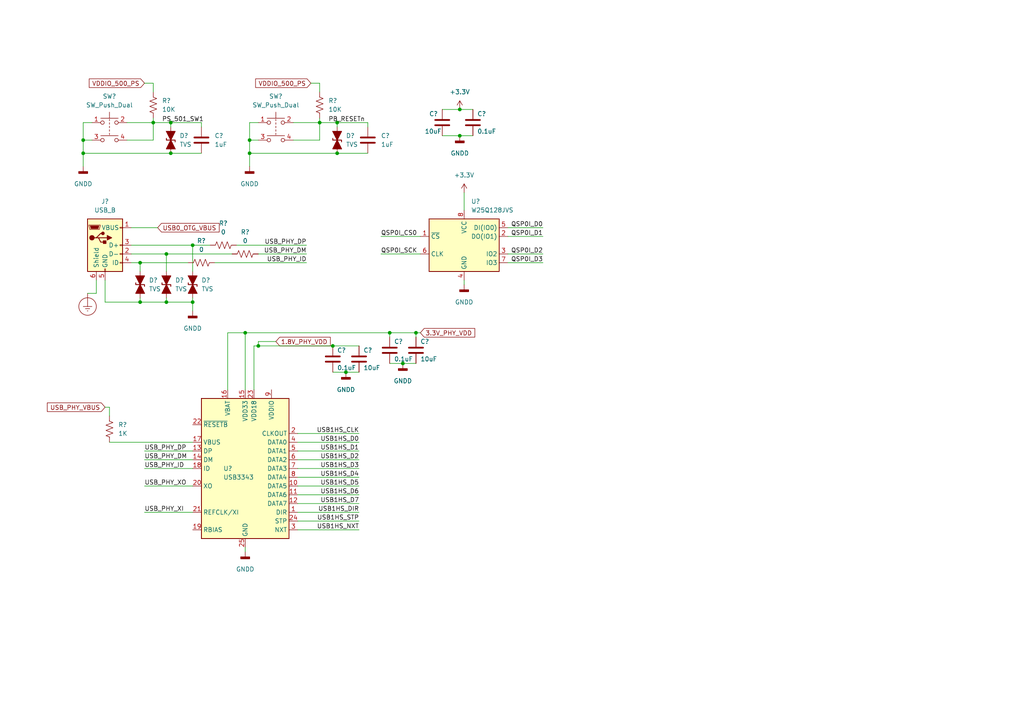
<source format=kicad_sch>
(kicad_sch (version 20211123) (generator eeschema)
  (paper "A4")
  (lib_symbols
    (symbol "Connector:USB_B_Micro" (pin_names (offset 1.016))
      (property "Reference" "J" (at -5.08 11.43 0))
      (property "Value" "USB_B_Micro" (at -5.08 8.89 0))
      (symbol "USB_B_Micro_0_1"
        (rectangle (start -5.08 -7.62) (end 5.08 7.62) (stroke (width 0.254)) (fill (type background)))
        (circle (center -3.81 2.159) (radius 0.635) (stroke (width 0.254)) (fill (type outline)))
        (circle (center -0.635 3.429) (radius 0.381) (stroke (width 0.254)) (fill (type outline)))
        (rectangle (start -0.127 -7.62) (end 0.127 -6.858))
        (polyline (pts (xy -1.905 2.159) (xy 0.635 2.159)) (stroke (width 0.254)))
        (polyline (pts (xy -3.175 2.159) (xy -2.54 2.159) (xy -1.27 3.429) (xy -0.635 3.429)) (stroke (width 0.254)))
        (polyline (pts (xy -2.54 2.159) (xy -1.905 2.159) (xy -1.27 0.889) (xy 0 0.889)) (stroke (width 0.254)))
        (polyline (pts (xy 0.635 2.794) (xy 0.635 1.524) (xy 1.905 2.159) (xy 0.635 2.794)) (stroke (width 0.254)) (fill (type outline)))
        (polyline (pts (xy -4.318 5.588) (xy -1.778 5.588) (xy -2.032 4.826) (xy -4.064 4.826) (xy -4.318 5.588)) (fill (type outline)))
        (polyline (pts (xy -4.699 5.842) (xy -4.699 5.588) (xy -4.445 4.826) (xy -4.445 4.572) (xy -1.651 4.572) (xy -1.651 4.826) (xy -1.397 5.588) (xy -1.397 5.842) (xy -4.699 5.842)))
        (rectangle (start 0.254 1.27) (end -0.508 0.508) (stroke (width 0.254)) (fill (type outline)))
        (rectangle (start 5.08 -5.207) (end 4.318 -4.953))
        (rectangle (start 5.08 -2.667) (end 4.318 -2.413))
        (rectangle (start 5.08 -0.127) (end 4.318 0.127))
        (rectangle (start 5.08 4.953) (end 4.318 5.207))
      )
      (symbol "USB_B_Micro_1_1"
        (pin power_out line (at 7.62 5.08 180) (length 2.54) (name "VBUS") (number "1"))
        (pin bidirectional line (at 7.62 -2.54 180) (length 2.54) (name "D-") (number "2"))
        (pin bidirectional line (at 7.62 0 180) (length 2.54) (name "D+") (number "3"))
        (pin passive line (at 7.62 -5.08 180) (length 2.54) (name "ID") (number "4"))
        (pin power_out line (at 0 -10.16 90) (length 2.54) (name "GND") (number "5"))
        (pin passive line (at -2.54 -10.16 90) (length 2.54) (name "Shield") (number "6"))
      )
    )
    (symbol "Device:C" (pin_numbers hide) (pin_names (offset 0.254))
      (property "Reference" "C" (at 0.635 2.54 0))
      (property "Value" "C" (at 0.635 -2.54 0))
      (symbol "C_0_1"
        (polyline (pts (xy -2.032 -0.762) (xy 2.032 -0.762)) (stroke (width 0.508)))
        (polyline (pts (xy -2.032 0.762) (xy 2.032 0.762)) (stroke (width 0.508)))
      )
      (symbol "C_1_1"
        (pin passive line (at 0 3.81 270) (length 2.794) (name "~") (number "1"))
        (pin passive line (at 0 -3.81 90) (length 2.794) (name "~") (number "2"))
      )
    )
    (symbol "Device:D_TVS_Filled" (pin_numbers hide) (pin_names (offset 1.016) hide)
      (property "Reference" "D" (at 0 2.54 0))
      (property "Value" "D_TVS_Filled" (at 0 -2.54 0))
      (symbol "D_TVS_Filled_0_1"
        (polyline (pts (xy 1.27 0) (xy -1.27 0)))
        (polyline (pts (xy -2.54 -1.27) (xy 0 0) (xy -2.54 1.27) (xy -2.54 -1.27)) (stroke (width 0.254)) (fill (type outline)))
        (polyline (pts (xy 0.508 1.27) (xy 0 1.27) (xy 0 -1.27) (xy -0.508 -1.27)) (stroke (width 0.254)))
        (polyline (pts (xy 2.54 1.27) (xy 2.54 -1.27) (xy 0 0) (xy 2.54 1.27)) (stroke (width 0.254)) (fill (type outline)))
      )
      (symbol "D_TVS_Filled_1_1"
        (pin passive line (at -3.81 0 0) (length 2.54) (name "A1") (number "1"))
        (pin passive line (at 3.81 0 180) (length 2.54) (name "A2") (number "2"))
      )
    )
    (symbol "Device:R_US" (pin_numbers hide) (pin_names (offset 0))
      (property "Reference" "R" (at 2.54 0 90))
      (property "Value" "R_US" (at -2.54 0 90))
      (symbol "R_US_0_1"
        (polyline (pts (xy 0 -2.286) (xy 0 -2.54)))
        (polyline (pts (xy 0 2.286) (xy 0 2.54)))
        (polyline (pts (xy 0 -0.762) (xy 1.016 -1.143) (xy 0 -1.524) (xy -1.016 -1.905) (xy 0 -2.286)))
        (polyline (pts (xy 0 0.762) (xy 1.016 0.381) (xy 0 0) (xy -1.016 -0.381) (xy 0 -0.762)))
        (polyline (pts (xy 0 2.286) (xy 1.016 1.905) (xy 0 1.524) (xy -1.016 1.143) (xy 0 0.762)))
      )
      (symbol "R_US_1_1"
        (pin passive line (at 0 3.81 270) (length 1.27) (name "~") (number "1"))
        (pin passive line (at 0 -3.81 90) (length 1.27) (name "~") (number "2"))
      )
    )
    (symbol "Interface_USB:USB3343"
      (property "Reference" "U" (at 0 2.54 0))
      (property "Value" "USB3343" (at 0 0 0))
      (symbol "USB3343_0_1"
        (rectangle (start -12.7 20.32) (end 12.7 -20.32) (stroke (width 0.254)) (fill (type background)))
      )
      (symbol "USB3343_1_1"
        (pin output line (at 15.24 -12.7 180) (length 2.54) (name "DIR") (number "1"))
        (pin bidirectional line (at 15.24 -5.08 180) (length 2.54) (name "DATA5") (number "10"))
        (pin bidirectional line (at 15.24 -7.62 180) (length 2.54) (name "DATA6") (number "11"))
        (pin bidirectional line (at 15.24 -10.16 180) (length 2.54) (name "DATA7") (number "12"))
        (pin bidirectional line (at -15.24 5.08 0) (length 2.54) (name "DP") (number "13"))
        (pin bidirectional line (at -15.24 2.54 0) (length 2.54) (name "DM") (number "14"))
        (pin power_out line (at 0 22.86 270) (length 2.54) (name "VDD33") (number "15"))
        (pin power_in line (at -5.08 22.86 270) (length 2.54) (name "VBAT") (number "16"))
        (pin input line (at -15.24 7.62 0) (length 2.54) (name "VBUS") (number "17"))
        (pin input line (at -15.24 0 0) (length 2.54) (name "ID") (number "18"))
        (pin passive line (at -15.24 -17.78 0) (length 2.54) (name "RBIAS") (number "19"))
        (pin output line (at 15.24 10.16 180) (length 2.54) (name "CLKOUT") (number "2"))
        (pin output line (at -15.24 -5.08 0) (length 2.54) (name "XO") (number "20"))
        (pin input line (at -15.24 -12.7 0) (length 2.54) (name "REFCLK/XI") (number "21"))
        (pin input line (at -15.24 12.7 0) (length 2.54) (name "~{RESETB}") (number "22"))
        (pin power_out line (at 2.54 22.86 270) (length 2.54) (name "VDD18") (number "23"))
        (pin input line (at 15.24 -15.24 180) (length 2.54) (name "STP") (number "24"))
        (pin power_in line (at 0 -22.86 90) (length 2.54) (name "GND") (number "25"))
        (pin output line (at 15.24 -17.78 180) (length 2.54) (name "NXT") (number "3"))
        (pin bidirectional line (at 15.24 7.62 180) (length 2.54) (name "DATA0") (number "4"))
        (pin bidirectional line (at 15.24 5.08 180) (length 2.54) (name "DATA1") (number "5"))
        (pin bidirectional line (at 15.24 2.54 180) (length 2.54) (name "DATA2") (number "6"))
        (pin bidirectional line (at 15.24 0 180) (length 2.54) (name "DATA3") (number "7"))
        (pin bidirectional line (at 15.24 -2.54 180) (length 2.54) (name "DATA4") (number "8"))
        (pin power_in line (at 7.62 22.86 270) (length 2.54) (name "VDDIO") (number "9"))
      )
    )
    (symbol "Memory_Flash:W25Q128JVS"
      (property "Reference" "U" (at -8.89 8.89 0))
      (property "Value" "W25Q128JVS" (at 7.62 8.89 0))
      (symbol "W25Q128JVS_0_1"
        (rectangle (start -10.16 7.62) (end 10.16 -7.62) (stroke (width 0.254)) (fill (type background)))
      )
      (symbol "W25Q128JVS_1_1"
        (pin input line (at -12.7 2.54 0) (length 2.54) (name "~{CS}") (number "1"))
        (pin bidirectional line (at 12.7 2.54 180) (length 2.54) (name "DO(IO1)") (number "2"))
        (pin bidirectional line (at 12.7 -2.54 180) (length 2.54) (name "IO2") (number "3"))
        (pin power_in line (at 0 -10.16 90) (length 2.54) (name "GND") (number "4"))
        (pin bidirectional line (at 12.7 5.08 180) (length 2.54) (name "DI(IO0)") (number "5"))
        (pin input line (at -12.7 -2.54 0) (length 2.54) (name "CLK") (number "6"))
        (pin bidirectional line (at 12.7 -5.08 180) (length 2.54) (name "IO3") (number "7"))
        (pin power_in line (at 0 10.16 270) (length 2.54) (name "VCC") (number "8"))
      )
    )
    (symbol "Switch:SW_Push_Dual" (pin_names (offset 1.016) hide)
      (property "Reference" "SW" (at 1.27 2.54 0))
      (property "Value" "SW_Push_Dual" (at 0 -6.858 0))
      (symbol "SW_Push_Dual_0_1"
        (circle (center -2.032 -5.08) (radius 0.508))
        (circle (center -2.032 0) (radius 0.508))
        (polyline (pts (xy 0 -3.048) (xy 0 -3.556)))
        (polyline (pts (xy 0 -2.032) (xy 0 -2.54)))
        (polyline (pts (xy 0 -1.524) (xy 0 -1.016)))
        (polyline (pts (xy 0 -0.508) (xy 0 0)))
        (polyline (pts (xy 0 0.508) (xy 0 1.016)))
        (polyline (pts (xy 0 1.27) (xy 0 3.048)))
        (polyline (pts (xy 2.54 -3.81) (xy -2.54 -3.81)))
        (polyline (pts (xy 2.54 1.27) (xy -2.54 1.27)))
        (circle (center 2.032 -5.08) (radius 0.508))
        (circle (center 2.032 0) (radius 0.508))
        (pin passive line (at -5.08 0 0) (length 2.54) (name "1") (number "1"))
        (pin passive line (at 5.08 0 180) (length 2.54) (name "2") (number "2"))
        (pin passive line (at -5.08 -5.08 0) (length 2.54) (name "3") (number "3"))
        (pin passive line (at 5.08 -5.08 180) (length 2.54) (name "4") (number "4"))
      )
    )
    (symbol "power:+3.3V" (power) (pin_names (offset 0))
      (property "Value" "+3.3V" (at 0 3.556 0))
      (symbol "+3.3V_0_1"
        (polyline (pts (xy -0.762 1.27) (xy 0 2.54)))
        (polyline (pts (xy 0 0) (xy 0 2.54)))
        (polyline (pts (xy 0 2.54) (xy 0.762 1.27)))
      )
      (symbol "+3.3V_1_1"
        (pin power_in line (at 0 0 90) (length 0) hide (name "+3.3V") (number "1"))
      )
    )
    (symbol "power:Earth_Protective" (power) (pin_names (offset 0))
      (symbol "Earth_Protective_0_1"
        (circle (center 0 -3.81) (radius 2.54))
        (polyline (pts (xy -0.635 -4.445) (xy 0.635 -4.445)))
        (polyline (pts (xy -0.127 -5.08) (xy 0.127 -5.08)))
        (polyline (pts (xy 0 -3.81) (xy 0 0)))
        (polyline (pts (xy 1.27 -3.81) (xy -1.27 -3.81)))
      )
      (symbol "Earth_Protective_1_1"
        (pin power_in line (at 0 0 270) (length 0) hide (name "Earth_Protective") (number "1"))
      )
    )
    (symbol "power:GNDD" (power) (pin_names (offset 0))
      (property "Value" "GNDD" (at 0 -3.175 0))
      (symbol "GNDD_0_1"
        (rectangle (start -1.27 -1.524) (end 1.27 -2.032) (stroke (width 0.254)) (fill (type outline)))
        (polyline (pts (xy 0 0) (xy 0 -1.524)))
      )
      (symbol "GNDD_1_1"
        (pin power_in line (at 0 0 270) (length 0) hide (name "GNDD") (number "1"))
      )
    )
  )
  (junction (at 97.79 35.56))
  (junction (at 48.26 73.66))
  (junction (at 72.39 44.45))
  (junction (at 97.79 44.45))
  (junction (at 120.65 96.52))
  (junction (at 133.35 39.37))
  (junction (at 49.53 35.56))
  (junction (at 116.84 105.41))
  (junction (at 44.45 35.56))
  (junction (at 74.93 100.33))
  (junction (at 92.71 35.56))
  (junction (at 48.26 87.63))
  (junction (at 55.88 87.63))
  (junction (at 71.12 96.52))
  (junction (at 133.35 31.75))
  (junction (at 24.13 40.64))
  (junction (at 55.88 71.12))
  (junction (at 100.33 107.95))
  (junction (at 40.64 87.63))
  (junction (at 113.03 96.52))
  (junction (at 24.13 44.45))
  (junction (at 40.64 76.2))
  (junction (at 96.52 100.33))
  (junction (at 49.53 44.45))
  (junction (at 72.39 40.64))
  (wire (pts (xy 30.48 87.63) (xy 40.64 87.63)))
  (wire (pts (xy 86.36 138.43) (xy 104.14 138.43)))
  (wire (pts (xy 120.65 97.79) (xy 120.65 96.52)))
  (wire (pts (xy 55.88 87.63) (xy 55.88 90.17)))
  (wire (pts (xy 97.79 44.45) (xy 106.68 44.45)))
  (wire (pts (xy 55.88 71.12) (xy 60.96 71.12)))
  (wire (pts (xy 110.49 68.58) (xy 121.92 68.58)))
  (wire (pts (xy 41.91 148.59) (xy 55.88 148.59)))
  (wire (pts (xy 31.75 128.27) (xy 55.88 128.27)))
  (wire (pts (xy 92.71 34.29) (xy 92.71 35.56)))
  (wire (pts (xy 113.03 105.41) (xy 116.84 105.41)))
  (wire (pts (xy 24.13 44.45) (xy 49.53 44.45)))
  (wire (pts (xy 48.26 86.36) (xy 48.26 87.63)))
  (wire (pts (xy 147.32 66.04) (xy 157.48 66.04)))
  (wire (pts (xy 40.64 76.2) (xy 54.61 76.2)))
  (wire (pts (xy 96.52 100.33) (xy 104.14 100.33)))
  (wire (pts (xy 48.26 87.63) (xy 55.88 87.63)))
  (wire (pts (xy 41.91 133.35) (xy 55.88 133.35)))
  (wire (pts (xy 27.94 85.09) (xy 27.94 81.28)))
  (wire (pts (xy 40.64 76.2) (xy 40.64 78.74)))
  (wire (pts (xy 41.91 130.81) (xy 55.88 130.81)))
  (wire (pts (xy 86.36 153.67) (xy 104.14 153.67)))
  (wire (pts (xy 72.39 40.64) (xy 72.39 44.45)))
  (wire (pts (xy 58.42 35.56) (xy 49.53 35.56)))
  (wire (pts (xy 74.93 73.66) (xy 88.9 73.66)))
  (wire (pts (xy 71.12 113.03) (xy 71.12 96.52)))
  (wire (pts (xy 85.09 40.64) (xy 92.71 40.64)))
  (wire (pts (xy 80.01 99.06) (xy 74.93 99.06)))
  (wire (pts (xy 38.1 76.2) (xy 40.64 76.2)))
  (wire (pts (xy 25.4 85.09) (xy 27.94 85.09)))
  (wire (pts (xy 86.36 151.13) (xy 104.14 151.13)))
  (wire (pts (xy 72.39 44.45) (xy 72.39 48.26)))
  (wire (pts (xy 38.1 73.66) (xy 48.26 73.66)))
  (wire (pts (xy 38.1 71.12) (xy 55.88 71.12)))
  (wire (pts (xy 92.71 40.64) (xy 92.71 35.56)))
  (wire (pts (xy 116.84 105.41) (xy 120.65 105.41)))
  (wire (pts (xy 40.64 86.36) (xy 40.64 87.63)))
  (wire (pts (xy 66.04 96.52) (xy 71.12 96.52)))
  (wire (pts (xy 97.79 36.83) (xy 97.79 35.56)))
  (wire (pts (xy 133.35 39.37) (xy 137.16 39.37)))
  (wire (pts (xy 41.91 24.13) (xy 44.45 24.13)))
  (wire (pts (xy 92.71 24.13) (xy 92.71 26.67)))
  (wire (pts (xy 40.64 87.63) (xy 48.26 87.63)))
  (wire (pts (xy 26.67 35.56) (xy 24.13 35.56)))
  (wire (pts (xy 85.09 35.56) (xy 92.71 35.56)))
  (wire (pts (xy 58.42 36.83) (xy 58.42 35.56)))
  (wire (pts (xy 41.91 135.89) (xy 55.88 135.89)))
  (wire (pts (xy 55.88 87.63) (xy 55.88 86.36)))
  (wire (pts (xy 49.53 35.56) (xy 44.45 35.56)))
  (wire (pts (xy 106.68 35.56) (xy 97.79 35.56)))
  (wire (pts (xy 134.62 55.88) (xy 134.62 60.96)))
  (wire (pts (xy 44.45 40.64) (xy 44.45 35.56)))
  (wire (pts (xy 134.62 81.28) (xy 134.62 82.55)))
  (wire (pts (xy 86.36 140.97) (xy 104.14 140.97)))
  (wire (pts (xy 147.32 76.2) (xy 157.48 76.2)))
  (wire (pts (xy 106.68 36.83) (xy 106.68 35.56)))
  (wire (pts (xy 44.45 24.13) (xy 44.45 26.67)))
  (wire (pts (xy 86.36 128.27) (xy 104.14 128.27)))
  (wire (pts (xy 48.26 73.66) (xy 48.26 78.74)))
  (wire (pts (xy 48.26 73.66) (xy 67.31 73.66)))
  (wire (pts (xy 71.12 96.52) (xy 113.03 96.52)))
  (wire (pts (xy 71.12 158.75) (xy 71.12 160.02)))
  (wire (pts (xy 74.93 100.33) (xy 96.52 100.33)))
  (wire (pts (xy 113.03 96.52) (xy 120.65 96.52)))
  (wire (pts (xy 24.13 40.64) (xy 26.67 40.64)))
  (wire (pts (xy 86.36 143.51) (xy 104.14 143.51)))
  (wire (pts (xy 36.83 40.64) (xy 44.45 40.64)))
  (wire (pts (xy 73.66 113.03) (xy 73.66 100.33)))
  (wire (pts (xy 72.39 40.64) (xy 74.93 40.64)))
  (wire (pts (xy 86.36 135.89) (xy 104.14 135.89)))
  (wire (pts (xy 86.36 125.73) (xy 104.14 125.73)))
  (wire (pts (xy 86.36 146.05) (xy 104.14 146.05)))
  (wire (pts (xy 147.32 68.58) (xy 157.48 68.58)))
  (wire (pts (xy 120.65 96.52) (xy 121.92 96.52)))
  (wire (pts (xy 128.27 39.37) (xy 133.35 39.37)))
  (wire (pts (xy 49.53 36.83) (xy 49.53 35.56)))
  (wire (pts (xy 74.93 35.56) (xy 72.39 35.56)))
  (wire (pts (xy 24.13 40.64) (xy 24.13 44.45)))
  (wire (pts (xy 110.49 73.66) (xy 121.92 73.66)))
  (wire (pts (xy 44.45 34.29) (xy 44.45 35.56)))
  (wire (pts (xy 74.93 99.06) (xy 74.93 100.33)))
  (wire (pts (xy 128.27 31.75) (xy 133.35 31.75)))
  (wire (pts (xy 30.48 118.11) (xy 31.75 118.11)))
  (wire (pts (xy 36.83 35.56) (xy 44.45 35.56)))
  (wire (pts (xy 86.36 133.35) (xy 104.14 133.35)))
  (wire (pts (xy 72.39 35.56) (xy 72.39 40.64)))
  (wire (pts (xy 90.17 24.13) (xy 92.71 24.13)))
  (wire (pts (xy 24.13 35.56) (xy 24.13 40.64)))
  (wire (pts (xy 38.1 66.04) (xy 45.72 66.04)))
  (wire (pts (xy 133.35 31.75) (xy 137.16 31.75)))
  (wire (pts (xy 72.39 44.45) (xy 97.79 44.45)))
  (wire (pts (xy 86.36 130.81) (xy 104.14 130.81)))
  (wire (pts (xy 66.04 113.03) (xy 66.04 96.52)))
  (wire (pts (xy 24.13 44.45) (xy 24.13 48.26)))
  (wire (pts (xy 41.91 140.97) (xy 55.88 140.97)))
  (wire (pts (xy 55.88 71.12) (xy 55.88 78.74)))
  (wire (pts (xy 147.32 73.66) (xy 157.48 73.66)))
  (wire (pts (xy 31.75 118.11) (xy 31.75 120.65)))
  (wire (pts (xy 97.79 35.56) (xy 92.71 35.56)))
  (wire (pts (xy 100.33 107.95) (xy 104.14 107.95)))
  (wire (pts (xy 86.36 148.59) (xy 104.14 148.59)))
  (wire (pts (xy 113.03 96.52) (xy 113.03 97.79)))
  (wire (pts (xy 68.58 71.12) (xy 88.9 71.12)))
  (wire (pts (xy 96.52 107.95) (xy 100.33 107.95)))
  (wire (pts (xy 62.23 76.2) (xy 88.9 76.2)))
  (wire (pts (xy 30.48 81.28) (xy 30.48 87.63)))
  (wire (pts (xy 73.66 100.33) (xy 74.93 100.33)))
  (wire (pts (xy 49.53 44.45) (xy 58.42 44.45)))
  (label "USB1HS_STP" (at 104.14 151.13 180))
  (label "QSP0I_D0" (at 157.48 66.04 180))
  (label "USB_PHY_XO" (at 41.91 140.97 0))
  (label "USB_PHY_DM" (at 41.91 133.35 0))
  (label "USB1HS_D1" (at 104.14 130.81 180))
  (label "QSP0I_D1" (at 157.48 68.58 180))
  (label "USB1HS_D6" (at 104.14 143.51 180))
  (label "QSP0I_CS0" (at 110.49 68.58 0))
  (label "USB_PHY_ID" (at 41.91 135.89 0))
  (label "USB_PHY_DP" (at 88.9 71.12 180))
  (label "QSP0I_D3" (at 157.48 76.2 180))
  (label "PS_501_SW1" (at 46.99 35.56 0))
  (label "QSP0I_D2" (at 157.48 73.66 180))
  (label "USB_PHY_ID" (at 88.9 76.2 180))
  (label "USB1HS_D2" (at 104.14 133.35 180))
  (label "PB_RESETn" (at 95.25 35.56 0))
  (label "USB_PHY_DP" (at 41.91 130.81 0))
  (label "USB1HS_D5" (at 104.14 140.97 180))
  (label "USB1HS_CLK" (at 104.14 125.73 180))
  (label "USB1HS_D4" (at 104.14 138.43 180))
  (label "QSP0I_SCK" (at 110.49 73.66 0))
  (label "USB1HS_D3" (at 104.14 135.89 180))
  (label "USB1HS_D7" (at 104.14 146.05 180))
  (label "USB1HS_D0" (at 104.14 128.27 180))
  (label "USB_PHY_DM" (at 88.9 73.66 180))
  (label "USB1HS_DIR" (at 104.14 148.59 180))
  (label "USB_PHY_XI" (at 41.91 148.59 0))
  (label "USB1HS_NXT" (at 104.14 153.67 180))
  (global_label "3.3V_PHY_VDD" (shape input) (at 121.92 96.52 0) (property "Intersheet References" "${INTERSHEET_REFS}" (effects hide)))
  (global_label "VDDIO_500_PS" (shape input) (at 41.91 24.13 180) (property "Intersheet References" "${INTERSHEET_REFS}" (effects hide)))
  (global_label "USB0_OTG_VBUS" (shape input) (at 45.72 66.04 0) (property "Intersheet References" "${INTERSHEET_REFS}" (effects hide)))
  (global_label "1.8V_PHY_VDD" (shape input) (at 80.01 99.06 0) (property "Intersheet References" "${INTERSHEET_REFS}" (effects hide)))
  (global_label "VDDIO_500_PS" (shape input) (at 90.17 24.13 180) (property "Intersheet References" "${INTERSHEET_REFS}" (effects hide)))
  (global_label "USB_PHY_VBUS" (shape input) (at 30.48 118.11 180) (property "Intersheet References" "${INTERSHEET_REFS}" (effects hide)))
  (symbol (lib_id "Switch:SW_Push_Dual") (at 31.75 35.56 0) (unit 1)
    (property "Reference" "SW?" (at 31.75 27.94 0))
    (property "Value" "SW_Push_Dual" (at 31.75 30.48 0))
  )
  (symbol (lib_id "Interface_USB:USB3343") (at 71.12 135.89 0) (unit 1)
    (property "Reference" "U?" (at 64.77 135.89 0) (effects (justify left)))
    (property "Value" "USB3343" (at 64.77 138.43 0) (effects (justify left)))
    (property "Footprint" "Package_DFN_QFN:QFN-24-1EP_4x4mm_P0.5mm_EP2.6x2.6mm" (effects hide))
    (property "Datasheet" "http://ww1.microchip.com/downloads/en/DeviceDoc/334x.pdf" (effects hide))
  )
  (symbol (lib_id "Device:C") (at 137.16 35.56 0) (unit 1)
    (property "Reference" "C?" (at 138.43 33.02 0) (effects (justify left)))
    (property "Value" "0.1uF" (at 138.43 38.1 0) (effects (justify left)))
  )
  (symbol (lib_id "Device:R_US") (at 58.42 76.2 90) (unit 1)
    (property "Reference" "R?" (at 58.42 69.85 90))
    (property "Value" "0" (at 58.42 72.39 90))
  )
  (symbol (lib_id "power:GNDD") (at 55.88 90.17 0) (unit 1)
    (property "Reference" "#PWR?" (effects hide))
    (property "Value" "GNDD" (at 55.88 95.25 0))
  )
  (symbol (lib_id "power:GNDD") (at 71.12 160.02 0) (unit 1)
    (property "Reference" "#PWR?" (effects hide))
    (property "Value" "GNDD" (at 71.12 165.1 0))
  )
  (symbol (lib_id "power:GNDD") (at 134.62 82.55 0) (unit 1)
    (property "Reference" "#PWR?" (effects hide))
    (property "Value" "GNDD" (at 134.62 87.63 0))
  )
  (symbol (lib_id "Device:D_TVS_Filled") (at 55.88 82.55 90) (unit 1)
    (property "Reference" "D?" (at 58.42 81.2799 90) (effects (justify right)))
    (property "Value" "TVS" (at 58.42 83.8199 90) (effects (justify right)))
  )
  (symbol (lib_id "Memory_Flash:W25Q128JVS") (at 134.62 71.12 0) (unit 1)
    (property "Reference" "U?" (at 136.6394 58.42 0) (effects (justify left)))
    (property "Value" "W25Q128JVS" (at 136.6394 60.96 0) (effects (justify left)))
    (property "Footprint" "Package_SO:SOIC-8_5.23x5.23mm_P1.27mm" (effects hide))
    (property "Datasheet" "http://www.winbond.com/resource-files/w25q128jv_dtr%20revc%2003272018%20plus.pdf" (effects hide))
  )
  (symbol (lib_id "Device:C") (at 113.03 101.6 0) (unit 1)
    (property "Reference" "C?" (at 114.3 99.06 0) (effects (justify left)))
    (property "Value" "0.1uF" (at 114.3 104.14 0) (effects (justify left)))
  )
  (symbol (lib_id "Device:R_US") (at 71.12 73.66 90) (unit 1)
    (property "Reference" "R?" (at 71.12 67.31 90))
    (property "Value" "0" (at 71.12 69.85 90))
  )
  (symbol (lib_id "power:+3.3V") (at 133.35 31.75 0) (unit 1)
    (property "Reference" "#PWR?" (effects hide))
    (property "Value" "+3.3V" (at 133.35 26.67 0))
  )
  (symbol (lib_id "power:GNDD") (at 72.39 48.26 0) (unit 1)
    (property "Reference" "#PWR?" (effects hide))
    (property "Value" "GNDD" (at 72.39 53.34 0))
  )
  (symbol (lib_id "Device:R_US") (at 92.71 30.48 180) (unit 1)
    (property "Reference" "R?" (at 95.25 29.2099 0) (effects (justify right)))
    (property "Value" "10K" (at 95.25 31.7499 0) (effects (justify right)))
  )
  (symbol (lib_id "Device:C") (at 120.65 101.6 0) (unit 1)
    (property "Reference" "C?" (at 121.92 99.06 0) (effects (justify left)))
    (property "Value" "10uF" (at 121.92 104.14 0) (effects (justify left)))
  )
  (symbol (lib_id "power:GNDD") (at 133.35 39.37 0) (unit 1)
    (property "Reference" "#PWR?" (effects hide))
    (property "Value" "GNDD" (at 133.35 44.45 0))
  )
  (symbol (lib_id "power:Earth_Protective") (at 25.4 85.09 0) (unit 1)
    (property "Reference" "#PWR?" (effects hide))
    (property "Value" "Earth_Protective" (effects hide))
  )
  (symbol (lib_id "Device:D_TVS_Filled") (at 48.26 82.55 90) (unit 1)
    (property "Reference" "D?" (at 50.8 81.2799 90) (effects (justify right)))
    (property "Value" "TVS" (at 50.8 83.8199 90) (effects (justify right)))
  )
  (symbol (lib_id "power:GNDD") (at 116.84 105.41 0) (unit 1)
    (property "Reference" "#PWR?" (effects hide))
    (property "Value" "GNDD" (at 116.84 110.49 0))
  )
  (symbol (lib_id "Device:C") (at 96.52 104.14 0) (unit 1)
    (property "Reference" "C?" (at 97.79 101.6 0) (effects (justify left)))
    (property "Value" "0.1uF" (at 97.79 106.68 0) (effects (justify left)))
  )
  (symbol (lib_id "Device:D_TVS_Filled") (at 97.79 40.64 90) (unit 1)
    (property "Reference" "D?" (at 100.33 39.3699 90) (effects (justify right)))
    (property "Value" "TVS" (at 100.33 41.9099 90) (effects (justify right)))
  )
  (symbol (lib_id "Device:R_US") (at 64.77 71.12 90) (unit 1)
    (property "Reference" "R?" (at 64.77 64.77 90))
    (property "Value" "0" (at 64.77 67.31 90))
  )
  (symbol (lib_id "Switch:SW_Push_Dual") (at 80.01 35.56 0) (unit 1)
    (property "Reference" "SW?" (at 80.01 27.94 0))
    (property "Value" "SW_Push_Dual" (at 80.01 30.48 0))
  )
  (symbol (lib_id "Device:R_US") (at 44.45 30.48 180) (unit 1)
    (property "Reference" "R?" (at 46.99 29.2099 0) (effects (justify right)))
    (property "Value" "10K" (at 46.99 31.7499 0) (effects (justify right)))
  )
  (symbol (lib_id "Device:C") (at 104.14 104.14 0) (unit 1)
    (property "Reference" "C?" (at 105.41 101.6 0) (effects (justify left)))
    (property "Value" "10uF" (at 105.41 106.68 0) (effects (justify left)))
  )
  (symbol (lib_id "power:+3.3V") (at 134.62 55.88 0) (unit 1)
    (property "Reference" "#PWR?" (effects hide))
    (property "Value" "+3.3V" (at 134.62 50.8 0))
  )
  (symbol (lib_id "Connector:USB_B_Micro") (at 30.48 71.12 0) (unit 1)
    (property "Reference" "J?" (at 30.48 58.42 0))
    (property "Value" "USB_B" (at 30.48 60.96 0))
  )
  (symbol (lib_id "Device:C") (at 106.68 40.64 0) (unit 1)
    (property "Reference" "C?" (at 110.49 39.3699 0) (effects (justify left)))
    (property "Value" "1uF" (at 110.49 41.9099 0) (effects (justify left)))
  )
  (symbol (lib_id "Device:D_TVS_Filled") (at 49.53 40.64 90) (unit 1)
    (property "Reference" "D?" (at 52.07 39.3699 90) (effects (justify right)))
    (property "Value" "TVS" (at 52.07 41.9099 90) (effects (justify right)))
  )
  (symbol (lib_id "Device:R_US") (at 31.75 124.46 180) (unit 1)
    (property "Reference" "R?" (at 34.29 123.1899 0) (effects (justify right)))
    (property "Value" "1K" (at 34.29 125.7299 0) (effects (justify right)))
  )
  (symbol (lib_id "Device:C") (at 58.42 40.64 0) (unit 1)
    (property "Reference" "C?" (at 62.23 39.3699 0) (effects (justify left)))
    (property "Value" "1uF" (at 62.23 41.9099 0) (effects (justify left)))
  )
  (symbol (lib_id "Device:D_TVS_Filled") (at 40.64 82.55 90) (unit 1)
    (property "Reference" "D?" (at 43.18 81.2799 90) (effects (justify right)))
    (property "Value" "TVS" (at 43.18 83.8199 90) (effects (justify right)))
  )
  (symbol (lib_id "power:GNDD") (at 100.33 107.95 0) (unit 1)
    (property "Reference" "#PWR?" (effects hide))
    (property "Value" "GNDD" (at 100.33 113.03 0))
  )
  (symbol (lib_id "Device:C") (at 128.27 35.56 0) (unit 1)
    (property "Reference" "C?" (at 124.46 33.02 0) (effects (justify left)))
    (property "Value" "10uF" (at 123.19 38.1 0) (effects (justify left)))
  )
  (symbol (lib_id "power:GNDD") (at 24.13 48.26 0) (unit 1)
    (property "Reference" "#PWR?" (effects hide))
    (property "Value" "GNDD" (at 24.13 53.34 0))
  )
)
</source>
